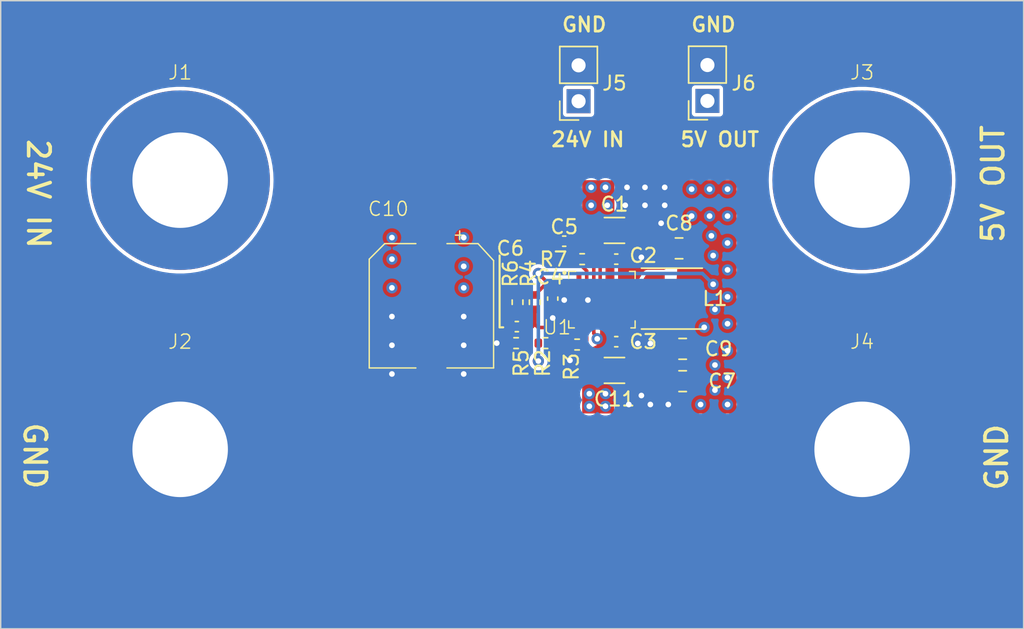
<source format=kicad_pcb>
(kicad_pcb (version 20221018) (generator pcbnew)
  (layers (0 "F.Cu" signal) (1 "In1.Cu" signal) (2 "In2.Cu" signal) (31 "B.Cu" signal) (34 "B.Paste" user) (35 "F.Paste" user) (36 "B.SilkS" user "B.Silkscreen") (37 "F.SilkS" user "F.Silkscreen") (38 "B.Mask" user) (39 "F.Mask" user) (44 "Edge.Cuts" user))
  (net 0 "")
  (net 1 "GND")
  (net 2 "Net-(U1-VCC)")
  (net 3 "Net-(U1-CBOOT)")
  (net 4 "Net-(C6-Pad1)")
  (net 5 "Net-(U1-FB)")
  (net 6 "Net-(U1-PGOOD)")
  (net 7 "Net-(U1-RT)")
  (net 8 "Net-(U1-RBOOT)")
  (net 9 "/SW")
  (net 10 "/V_OUT")
  (net 11 "/V_IN")
  (footprint "Regulator_Footprints:BANANA_JACK_PANEL_MOUNT" (layer "F.Cu") (at 120.65 88.9)
    (fp_text reference "J1" (at 0 -7.62 unlocked) (layer "F.SilkS") (effects (font (thickness 0.1))))
    (fp_text value "Conn_01x01")
    (pad "1" thru_hole circle (at 0 0) (size 12.7 12.7) (drill 6.7564) (layers "*.Cu" "*.Mask") (net 11 "/V_IN"))
  )
  (footprint "Resistor_SMD:R_0402_1005Metric" (layer "F.Cu") (at 146.5072 100.4316 180)
    (fp_text reference "R2" (at 0.2032 -1.4224 90) (layer "F.SilkS"))
    (fp_text value "10k")
    (fp_line (start -0.153641 -0.38) (end 0.153641 -0.38) (stroke (width 0.12)) (layer "F.SilkS"))
    (fp_line (start -0.153641 0.38) (end 0.153641 0.38) (stroke (width 0.12)) (layer "F.SilkS"))
    (pad "1" smd roundrect (at -0.51 0 180) (size 0.54 0.64) (layers "F.Cu" "F.Paste" "F.Mask") (net 6 "Net-(U1-PGOOD)"))
    (pad "2" smd roundrect (at 0.51 0 180) (size 0.54 0.64) (layers "F.Cu" "F.Paste" "F.Mask") (net 10 "/V_OUT"))
  )
  (footprint "Resistor_SMD:R_0402_1005Metric" (layer "F.Cu") (at 149.098 94.488)
    (fp_text reference "R7" (at -2.032 0) (layer "F.SilkS"))
    (fp_text value "0")
    (fp_line (start -0.153641 -0.38) (end 0.153641 -0.38) (stroke (width 0.12)) (layer "F.SilkS"))
    (fp_line (start -0.153641 0.38) (end 0.153641 0.38) (stroke (width 0.12)) (layer "F.SilkS"))
    (pad "1" smd roundrect (at -0.51 0) (size 0.54 0.64) (layers "F.Cu" "F.Paste" "F.Mask") (net 3 "Net-(U1-CBOOT)"))
    (pad "2" smd roundrect (at 0.51 0) (size 0.54 0.64) (layers "F.Cu" "F.Paste" "F.Mask") (net 8 "Net-(U1-RBOOT)"))
  )
  (footprint "Resistor_SMD:R_0402_1005Metric" (layer "F.Cu") (at 145.7452 97.536 -90)
    (fp_text reference "R4" (at -2.032 0.4572 90) (layer "F.SilkS"))
    (fp_text value "100k")
    (fp_line (start -0.153641 -0.38) (end 0.153641 -0.38) (stroke (width 0.12)) (layer "F.SilkS"))
    (fp_line (start -0.153641 0.38) (end 0.153641 0.38) (stroke (width 0.12)) (layer "F.SilkS"))
    (pad "1" smd roundrect (at -0.51 0 270) (size 0.54 0.64) (layers "F.Cu" "F.Paste" "F.Mask") (net 10 "/V_OUT"))
    (pad "2" smd roundrect (at 0.51 0 270) (size 0.54 0.64) (layers "F.Cu" "F.Paste" "F.Mask") (net 5 "Net-(U1-FB)"))
  )
  (footprint "Resistor_SMD:R_0402_1005Metric" (layer "F.Cu") (at 144.526 97.536 -90)
    (fp_text reference "R6" (at -2.032 0.508 -90) (layer "F.SilkS"))
    (fp_text value "1k")
    (fp_line (start -0.153641 -0.38) (end 0.153641 -0.38) (stroke (width 0.12)) (layer "F.SilkS"))
    (fp_line (start -0.153641 0.38) (end 0.153641 0.38) (stroke (width 0.12)) (layer "F.SilkS"))
    (pad "1" smd roundrect (at -0.51 0 270) (size 0.54 0.64) (layers "F.Cu" "F.Paste" "F.Mask") (net 10 "/V_OUT"))
    (pad "2" smd roundrect (at 0.51 0 270) (size 0.54 0.64) (layers "F.Cu" "F.Paste" "F.Mask") (net 4 "Net-(C6-Pad1)"))
  )
  (footprint "Regulator_Footprints:BANANA_JACK_PANEL_MOUNT" (layer "F.Cu") (at 120.65 107.95)
    (fp_text reference "J2" (at 0 -7.62 unlocked) (layer "F.SilkS") (effects (font (thickness 0.1))))
    (fp_text value "Conn_01x01")
    (pad "1" thru_hole circle (at 0 0) (size 12.7 12.7) (drill 6.7564) (layers "*.Cu" "*.Mask") (net 1 "GND"))
  )
  (footprint "Capacitor_SMD:C_0402_1005Metric" (layer "F.Cu") (at 147.828 93.218 180)
    (fp_text reference "C5" (at 0 1.016) (layer "F.SilkS"))
    (fp_text value "0.1uF")
    (fp_line (start -0.107836 -0.36) (end 0.107836 -0.36) (stroke (width 0.12)) (layer "F.SilkS"))
    (fp_line (start -0.107836 0.36) (end 0.107836 0.36) (stroke (width 0.12)) (layer "F.SilkS"))
    (pad "1" smd roundrect (at -0.48 0 180) (size 0.56 0.62) (layers "F.Cu" "F.Paste" "F.Mask") (net 9 "/SW"))
    (pad "2" smd roundrect (at 0.48 0 180) (size 0.56 0.62) (layers "F.Cu" "F.Paste" "F.Mask") (net 3 "Net-(U1-CBOOT)"))
  )
  (footprint "Capacitor_SMD:C_0805_2012Metric" (layer "F.Cu") (at 156.21 103.124 180)
    (fp_text reference "C7" (at -2.794 0) (layer "F.SilkS"))
    (fp_text value "22uF")
    (fp_line (start -0.261252 -0.735) (end 0.261252 -0.735) (stroke (width 0.12)) (layer "F.SilkS"))
    (fp_line (start -0.261252 0.735) (end 0.261252 0.735) (stroke (width 0.12)) (layer "F.SilkS"))
    (pad "1" smd roundrect (at -0.95 0 180) (size 1 1.45) (layers "F.Cu" "F.Paste" "F.Mask") (net 10 "/V_OUT"))
    (pad "2" smd roundrect (at 0.95 0 180) (size 1 1.45) (layers "F.Cu" "F.Paste" "F.Mask") (net 1 "GND"))
  )
  (footprint "Capacitor_SMD:C_0402_1005Metric" (layer "F.Cu") (at 144.4752 99.2632)
    (fp_text reference "C6" (at -0.4572 -5.5372) (layer "F.SilkS"))
    (fp_text value "33pF")
    (fp_line (start -0.107836 -0.36) (end 0.107836 -0.36) (stroke (width 0.12)) (layer "F.SilkS"))
    (fp_line (start -0.107836 0.36) (end 0.107836 0.36) (stroke (width 0.12)) (layer "F.SilkS"))
    (pad "1" smd roundrect (at -0.48 0) (size 0.56 0.62) (layers "F.Cu" "F.Paste" "F.Mask") (net 4 "Net-(C6-Pad1)"))
    (pad "2" smd roundrect (at 0.48 0) (size 0.56 0.62) (layers "F.Cu" "F.Paste" "F.Mask") (net 5 "Net-(U1-FB)"))
  )
  (footprint "Capacitor_SMD:C_0402_1005Metric" (layer "F.Cu") (at 151.511 94.488)
    (fp_text reference "C2" (at 1.905 -0.254) (layer "F.SilkS"))
    (fp_text value "0.1uF")
    (fp_line (start -0.107836 -0.36) (end 0.107836 -0.36) (stroke (width 0.12)) (layer "F.SilkS"))
    (fp_line (start -0.107836 0.36) (end 0.107836 0.36) (stroke (width 0.12)) (layer "F.SilkS"))
    (pad "1" smd roundrect (at -0.48 0) (size 0.56 0.62) (layers "F.Cu" "F.Paste" "F.Mask") (net 11 "/V_IN"))
    (pad "2" smd roundrect (at 0.48 0) (size 0.56 0.62) (layers "F.Cu" "F.Paste" "F.Mask") (net 1 "GND"))
  )
  (footprint "Regulator_Footprints:BANANA_JACK_PANEL_MOUNT" (layer "F.Cu") (at 168.91 88.9)
    (fp_text reference "J3" (at 0 -7.62 unlocked) (layer "F.SilkS") (effects (font (thickness 0.1))))
    (fp_text value "Conn_01x01")
    (pad "1" thru_hole circle (at 0 0) (size 12.7 12.7) (drill 6.7564) (layers "*.Cu" "*.Mask") (net 10 "/V_OUT"))
  )
  (footprint "Regulator_Footprints:BANANA_JACK_PANEL_MOUNT" (layer "F.Cu") (at 168.91 107.95)
    (fp_text reference "J4" (at 0 -7.62 unlocked) (layer "F.SilkS") (effects (font (thickness 0.1))))
    (fp_text value "Conn_01x01")
    (pad "1" thru_hole circle (at 0 0) (size 12.7 12.7) (drill 6.7564) (layers "*.Cu" "*.Mask") (net 1 "GND"))
  )
  (footprint "Capacitor_SMD:C_0402_1005Metric" (layer "F.Cu") (at 147.0152 97.282 -90)
    (fp_text reference "C4" (at -1.524 0.2032 -180) (layer "F.SilkS"))
    (fp_text value "1uF")
    (fp_line (start -0.107836 -0.36) (end 0.107836 -0.36) (stroke (width 0.12)) (layer "F.SilkS"))
    (fp_line (start -0.107836 0.36) (end 0.107836 0.36) (stroke (width 0.12)) (layer "F.SilkS"))
    (pad "1" smd roundrect (at -0.48 0 270) (size 0.56 0.62) (layers "F.Cu" "F.Paste" "F.Mask") (net 2 "Net-(U1-VCC)"))
    (pad "2" smd roundrect (at 0.48 0 270) (size 0.56 0.62) (layers "F.Cu" "F.Paste" "F.Mask") (net 1 "GND"))
  )
  (footprint "Capacitor_SMD:C_1206_3216Metric" (layer "F.Cu") (at 151.384 102.362)
    (fp_text reference "C11" (at 0 2.032) (layer "F.SilkS"))
    (fp_text value "4.7uF")
    (fp_line (start -0.711252 -0.91) (end 0.711252 -0.91) (stroke (width 0.12)) (layer "F.SilkS"))
    (fp_line (start -0.711252 0.91) (end 0.711252 0.91) (stroke (width 0.12)) (layer "F.SilkS"))
    (pad "1" smd roundrect (at -1.475 0) (size 1.15 1.8) (layers "F.Cu" "F.Paste" "F.Mask") (roundrect_rratio 0.2173913043) (net 11 "/V_IN"))
    (pad "2" smd roundrect (at 1.475 0) (size 1.15 1.8) (layers "F.Cu" "F.Paste" "F.Mask") (roundrect_rratio 0.2173913043) (net 1 "GND"))
  )
  (footprint "Capacitor_SMD:C_0402_1005Metric" (layer "F.Cu") (at 151.511 100.33)
    (fp_text reference "C3" (at 1.905 0) (layer "F.SilkS"))
    (fp_text value "0.1uF")
    (fp_line (start -0.107836 -0.36) (end 0.107836 -0.36) (stroke (width 0.12)) (layer "F.SilkS"))
    (fp_line (start -0.107836 0.36) (end 0.107836 0.36) (stroke (width 0.12)) (layer "F.SilkS"))
    (pad "1" smd roundrect (at -0.48 0) (size 0.56 0.62) (layers "F.Cu" "F.Paste" "F.Mask") (net 11 "/V_IN"))
    (pad "2" smd roundrect (at 0.48 0) (size 0.56 0.62) (layers "F.Cu" "F.Paste" "F.Mask") (net 1 "GND"))
  )
  (footprint "Resistor_SMD:R_0402_1005Metric" (layer "F.Cu") (at 144.4244 100.4316 180)
    (fp_text reference "R5" (at -0.3556 -1.4224 90) (layer "F.SilkS"))
    (fp_text value "24.9k")
    (fp_line (start -0.153641 -0.38) (end 0.153641 -0.38) (stroke (width 0.12)) (layer "F.SilkS"))
    (fp_line (start -0.153641 0.38) (end 0.153641 0.38) (stroke (width 0.12)) (layer "F.SilkS"))
    (pad "1" smd roundrect (at -0.51 0 180) (size 0.54 0.64) (layers "F.Cu" "F.Paste" "F.Mask") (net 5 "Net-(U1-FB)"))
    (pad "2" smd roundrect (at 0.51 0 180) (size 0.54 0.64) (layers "F.Cu" "F.Paste" "F.Mask") (net 1 "GND"))
  )
  (footprint "Inductor_SMD:L_Coilcraft_XxL4020" (layer "F.Cu") (at 155.448 97.282)
    (fp_text reference "L1" (at 3.048 0) (layer "F.SilkS"))
    (fp_text value "1.2uH")
    (fp_line (start -2.154 -2.154) (end 2.154 -2.154) (stroke (width 0.12)) (layer "F.SilkS"))
    (fp_line (start 2.154 2.154) (end -2.154 2.154) (stroke (width 0.12)) (layer "F.SilkS"))
    (pad "1" smd rect (at -1.185 0) (size 0.98 3.4) (layers "F.Cu" "F.Paste" "F.Mask") (net 9 "/SW"))
    (pad "2" smd rect (at 1.185 0) (size 0.98 3.4) (layers "F.Cu" "F.Paste" "F.Mask") (net 10 "/V_OUT"))
  )
  (footprint "Capacitor_SMD:C_0805_2012Metric" (layer "F.Cu") (at 155.956 93.726 180)
    (fp_text reference "C8" (at 0 1.778) (layer "F.SilkS"))
    (fp_text value "22uF")
    (fp_line (start -0.261252 -0.735) (end 0.261252 -0.735) (stroke (width 0.12)) (layer "F.SilkS"))
    (fp_line (start -0.261252 0.735) (end 0.261252 0.735) (stroke (width 0.12)) (layer "F.SilkS"))
    (pad "1" smd roundrect (at -0.95 0 180) (size 1 1.45) (layers "F.Cu" "F.Paste" "F.Mask") (net 10 "/V_OUT"))
    (pad "2" smd roundrect (at 0.95 0 180) (size 1 1.45) (layers "F.Cu" "F.Paste" "F.Mask") (net 1 "GND"))
  )
  (footprint "Capacitor_SMD:C_0805_2012Metric" (layer "F.Cu") (at 156.21 100.838 180)
    (fp_text reference "C9" (at -2.54 0) (layer "F.SilkS"))
    (fp_text value "22uF")
    (fp_line (start -0.261252 -0.735) (end 0.261252 -0.735) (stroke (width 0.12)) (layer "F.SilkS"))
    (fp_line (start -0.261252 0.735) (end 0.261252 0.735) (stroke (width 0.12)) (layer "F.SilkS"))
    (pad "1" smd roundrect (at -0.95 0 180) (size 1 1.45) (layers "F.Cu" "F.Paste" "F.Mask") (net 10 "/V_OUT"))
    (pad "2" smd roundrect (at 0.95 0 180) (size 1 1.45) (layers "F.Cu" "F.Paste" "F.Mask") (net 1 "GND"))
  )
  (footprint "Regulator_Footprints:VQFN-HR" (layer "F.Cu") (at 150.546 97.356)
    (fp_text reference "U1" (at -3.226 1.958 unlocked) (layer "F.SilkS") (effects (font (thickness 0.1))))
    (fp_text value "LMQ61460-Q1")
    (fp_line (start -2.4 -2) (end -1.9 -2) (stroke (width 0.1)) (layer "F.SilkS"))
    (fp_line (start -2.4 -1.5) (end -2.4 -2) (stroke (width 0.1)) (layer "F.SilkS"))
    (fp_line (start -2.4 1.5) (end -2.4 2) (stroke (width 0.1)) (layer "F.SilkS"))
    (fp_line (start -2.4 2) (end -2 2) (stroke (width 0.1)) (layer "F.SilkS"))
    (fp_line (start 1.9 -2) (end 2.3 -2) (stroke (width 0.1)) (layer "F.SilkS"))
    (fp_line (start 2 2) (end 2.3 2) (stroke (width 0.1)) (layer "F.SilkS"))
    (fp_line (start 2.3 -2) (end 2.3 -1.5) (stroke (width 0.1)) (layer "F.SilkS"))
    (fp_line (start 2.3 1.6) (end 2.3 1.5) (stroke (width 0.1)) (layer "F.SilkS"))
    (fp_line (start 2.3 2) (end 2.3 1.6) (stroke (width 0.1)) (layer "F.SilkS"))
    (fp_circle (center -2.7 -1.9) (end -2.6 -1.9) (stroke (width 0.1)) (fill solid) (layer "F.SilkS"))
    (pad "1" smd roundrect (at -1.85 -1.15) (size 0.7 0.4) (layers "F.Cu" "F.Paste" "F.Mask") (roundrect_rratio 0.125) (net 10 "/V_OUT"))
    (pad "1" smd roundrect (at -1.675 -1.45) (size 0.35 1) (layers "F.Cu" "F.Paste" "F.Mask") (roundrect_rratio 0.1428571429) (net 10 "/V_OUT"))
    (pad "2" smd roundrect (at -1.85 -0.525) (size 0.7 0.25) (layers "F.Cu" "F.Paste" "F.Mask") (roundrect_rratio 0.2) (net 2 "Net-(U1-VCC)"))
    (pad "3" smd roundrect (at -1.85 0) (size 0.7 0.3) (layers "F.Cu" "F.Paste" "F.Mask") (roundrect_rratio 0.1666666667) (net 1 "GND"))
    (pad "4" smd roundrect (at -1.85 0.525) (size 0.7 0.25) (layers "F.Cu" "F.Paste" "F.Mask") (roundrect_rratio 0.2) (net 5 "Net-(U1-FB)"))
    (pad "5" smd roundrect (at -1.85 1.15) (size 0.7 0.4) (layers "F.Cu" "F.Paste" "F.Mask") (roundrect_rratio 0.125) (net 6 "Net-(U1-PGOOD)"))
    (pad "5" smd roundrect (at -1.675 1.45) (size 0.35 1) (layers "F.Cu" "F.Paste" "F.Mask") (roundrect_rratio 0.1428571429) (net 6 "Net-(U1-PGOOD)"))
    (pad "6" smd roundrect (at -1.125 1.6 90) (size 0.7 0.25) (layers "F.Cu" "F.Paste" "F.Mask") (roundrect_rratio 0.2) (net 7 "Net-(U1-RT)"))
    (pad "7" smd roundrect (at -0.625 1.6 90) (size 0.7 0.25) (layers "F.Cu" "F.Paste" "F.Mask") (roundrect_rratio 0.2) (net 11 "/V_IN"))
    (pad "8" smd roundrect (at 0.45 1.45) (size 0.4 1) (layers "F.Cu" "F.Paste" "F.Mask") (roundrect_rratio 0.125) (net 11 "/V_IN"))
    (pad "9" smd roundrect (at 1.6 1.45) (size 0.4 1) (layers "F.Cu" "F.Paste" "F.Mask") (roundrect_rratio 0.125) (net 1 "GND"))
    (pad "9" smd roundrect (at 1.8 1.15) (size 0.8 0.4) (layers "F.Cu" "F.Paste" "F.Mask") (roundrect_rratio 0.125) (net 1 "GND"))
    (pad "10" smd roundrect (at 0.35 0) (size 1.1 0.4) (layers "F.Cu" "F.Paste" "F.Mask") (roundrect_rratio 0.125) (net 9 "/SW"))
    (pad "10" smd roundrect (at 1 0) (size 2.4 0.4) (layers "F.Cu" "F.Mask") (roundrect_rratio 0.125) (net 9 "/SW"))
    (pad "10" smd roundrect (at 1.65 0) (size 1.1 0.4) (layers "F.Cu" "F.Paste" "F.Mask") (roundrect_rratio 0.125) (net 9 "/SW"))
    (pad "11" smd roundrect (at 1.6 -1.45) (size 0.4 1) (layers "F.Cu" "F.Paste" "F.Mask") (roundrect_rratio 0.125) (net 1 "GND"))
    (pad "11" smd roundrect (at 1.8 -1.15) (size 0.8 0.4) (layers "F.Cu" "F.Paste" "F.Mask") (roundrect_rratio 0.125) (net 1 "GND"))
    (pad "12" smd roundrect (at 0.45 -1.45) (size 0.4 1) (layers "F.Cu" "F.Paste" "F.Mask") (roundrect_rratio 0.125) (net 11 "/V_IN"))
    (pad "13" smd roundrect (at -0.625 -1.6 90) (size 0.7 0.25) (layers "F.Cu" "F.Paste" "F.Mask") (roundrect_rratio 0.2) (net 8 "Net-(U1-RBOOT)"))
    (pad "14" smd roundrect (at -1.125 -1.6 90) (size 0.7 0.25) (layers "F.Cu" "F.Paste" "F.Mask") (roundrect_rratio 0.2) (net 3 "Net-(U1-CBOOT)"))
  )
  (footprint "Connector_PinSocket_2.54mm:PinSocket_1x02_P2.54mm_Vertical" (layer "F.Cu") (at 148.844 83.312 180)
    (fp_text reference "J5" (at -2.54 1.27) (layer "F.SilkS"))
    (fp_text value "Conn_01x02")
    (fp_line (start -1.33 1.27) (end -1.33 3.87) (stroke (width 0.12)) (layer "F.SilkS"))
    (fp_line (start -1.33 1.27) (end 1.33 1.27) (stroke (width 0.12)) (layer "F.SilkS"))
    (fp_line (start -1.33 3.87) (end 1.33 3.87) (stroke (width 0.12)) (layer "F.SilkS"))
    (fp_line (start 0 -1.33) (end 1.33 -1.33) (stroke (width 0.12)) (layer "F.SilkS"))
    (fp_line (start 1.33 -1.33) (end 1.33 0) (stroke (width 0.12)) (layer "F.SilkS"))
    (fp_line (start 1.33 1.27) (end 1.33 3.87) (stroke (width 0.12)) (layer "F.SilkS"))
    (pad "1" thru_hole rect (at 0 0 180) (size 1.7 1.7) (drill 1) (layers "*.Cu" "*.Mask") (net 11 "/V_IN"))
    (pad "2" thru_hole oval (at 0 2.54 180) (size 1.7 1.7) (drill 1) (layers "*.Cu" "*.Mask") (net 1 "GND"))
  )
  (footprint "Resistor_SMD:R_0402_1005Metric" (layer "F.Cu") (at 148.7424 100.5332 180)
    (fp_text reference "R3" (at 0.4064 -1.5748 90) (layer "F.SilkS"))
    (fp_text value "6")
    (fp_line (start -0.153641 -0.38) (end 0.153641 -0.38) (stroke (width 0.12)) (layer "F.SilkS"))
    (fp_line (start -0.153641 0.38) (end 0.153641 0.38) (stroke (width 0.12)) (layer "F.SilkS"))
    (pad "1" smd roundrect (at -0.51 0 180) (size 0.54 0.64) (layers "F.Cu" "F.Paste" "F.Mask") (net 7 "Net-(U1-RT)"))
    (pad "2" smd roundrect (at 0.51 0 180) (size 0.54 0.64) (layers "F.Cu" "F.Paste" "F.Mask") (net 1 "GND"))
  )
  (footprint "Connector_PinSocket_2.54mm:PinSocket_1x02_P2.54mm_Vertical" (layer "F.Cu") (at 157.963 83.292 180)
    (fp_text reference "J6" (at -2.565 1.25) (layer "F.SilkS"))
    (fp_text value "Conn_01x02")
    (fp_line (start -1.33 1.27) (end -1.33 3.87) (stroke (width 0.12)) (layer "F.SilkS"))
    (fp_line (start -1.33 1.27) (end 1.33 1.27) (stroke (width 0.12)) (layer "F.SilkS"))
    (fp_line (start -1.33 3.87) (end 1.33 3.87) (stroke (width 0.12)) (layer "F.SilkS"))
    (fp_line (start 0 -1.33) (end 1.33 -1.33) (stroke (width 0.12)) (layer "F.SilkS"))
    (fp_line (start 1.33 -1.33) (end 1.33 0) (stroke (width 0.12)) (layer "F.SilkS"))
    (fp_line (start 1.33 1.27) (end 1.33 3.87) (stroke (width 0.12)) (layer "F.SilkS"))
    (pad "1" thru_hole rect (at 0 0 180) (size 1.7 1.7) (drill 1) (layers "*.Cu" "*.Mask") (net 10 "/V_OUT"))
    (pad "2" thru_hole oval (at 0 2.54 180) (size 1.7 1.7) (drill 1) (layers "*.Cu" "*.Mask") (net 1 "GND"))
  )
  (footprint "Capacitor_SMD:C_1206_3216Metric" (layer "F.Cu") (at 151.384 92.456)
    (fp_text reference "C1" (at 0 -1.85) (layer "F.SilkS"))
    (fp_text value "4.7uF")
    (fp_line (start -0.711252 -0.91) (end 0.711252 -0.91) (stroke (width 0.12)) (layer "F.SilkS"))
    (fp_line (start -0.711252 0.91) (end 0.711252 0.91) (stroke (width 0.12)) (layer "F.SilkS"))
    (pad "1" smd roundrect (at -1.475 0) (size 1.15 1.8) (layers "F.Cu" "F.Paste" "F.Mask") (roundrect_rratio 0.2173913043) (net 11 "/V_IN"))
    (pad "2" smd roundrect (at 1.475 0) (size 1.15 1.8) (layers "F.Cu" "F.Paste" "F.Mask") (roundrect_rratio 0.2173913043) (net 1 "GND"))
  )
  (footprint "Regulator_Footprints:PAN_CAP_E" (layer "F.Cu") (at 138.43 97.79 -90)
    (fp_text reference "C10" (at -6.858 3.048 unlocked) (layer "F.SilkS") (effects (font (thickness 0.1))))
    (fp_text value "82uF")
    (fp_line (start -5.3 -2) (end -4.7 -2) (stroke (width 0.1)) (layer "F.SilkS"))
    (fp_line (start -5 -2.3) (end -5 -1.7) (stroke (width 0.1)) (layer "F.SilkS"))
    (fp_line (start -4.4 -3.3) (end -3.2 -4.4) (stroke (width 0.1)) (layer "F.SilkS"))
    (fp_line (start -4.4 -1.1) (end -4.4 -3.3) (stroke (width 0.1)) (layer "F.SilkS"))
    (fp_line (start -4.4 3.3) (end -4.4 1.1) (stroke (width 0.1)) (layer "F.SilkS"))
    (fp_line (start -3.3 4.4) (end -4.4 3.3) (stroke (width 0.1)) (layer "F.SilkS"))
    (fp_line (start -3.2 -4.4) (end 4.4 -4.4) (stroke (width 0.1)) (layer "F.SilkS"))
    (fp_line (start 4.4 -4.4) (end 4.4 -1.1) (stroke (width 0.1)) (layer "F.SilkS"))
    (fp_line (start 4.4 1.1) (end 4.4 4.4) (stroke (width 0.1)) (layer "F.SilkS"))
    (fp_line (start 4.4 4.4) (end -3.3 4.4) (stroke (width 0.1)) (layer "F.SilkS"))
    (pad "1" smd roundrect (at -3.475 0 270) (size 4.15 1.9) (layers "F.Cu" "F.Paste" "F.Mask") (roundrect_rratio 0.15) (net 11 "/V_IN"))
    (pad "2" smd roundrect (at 3.475 0 270) (size 4.15 1.9) (layers "F.Cu" "F.Paste" "F.Mask") (roundrect_rratio 0.15) (net 1 "GND"))
  )
  (gr_line (start 143.256 94.234) (end 143.256 99.314) (stroke (width 0.15)) (layer "F.SilkS"))
  (gr_line (start 143.256 99.314) (end 143.51 99.314) (stroke (width 0.15)) (layer "F.SilkS"))
  (gr_rect (start 107.95 76.2) (end 180.34 120.65) (stroke (width 0.1)) (fill none) (layer "Edge.Cuts"))
  (gr_text "24V IN" (at 146.812 86.614) (layer "F.SilkS") (effects (font (size 1.016 1.016) (thickness 0.1905) bold) (justify left bottom)))
  (gr_text "GND" (at 179.324 110.998 90) (layer "F.SilkS") (effects (font (size 1.524 1.524) (thickness 0.254) bold) (justify left bottom)))
  (gr_text "5V OUT" (at 179.07 93.472 90) (layer "F.SilkS") (effects (font (size 1.524 1.524) (thickness 0.254) bold) (justify left bottom)))
  (gr_text "GND" (at 156.718 78.486) (layer "F.SilkS") (effects (font (size 1.016 1.016) (thickness 0.1905) bold) (justify left bottom)))
  (gr_text "GND" (at 147.574 78.486) (layer "F.SilkS") (effects (font (size 1.016 1.016) (thickness 0.1905) bold) (justify left bottom)))
  (gr_text "GND" (at 109.474 105.918 270) (layer "F.SilkS") (effects (font (size 1.524 1.524) (thickness 0.254) bold) (justify left bottom)))
  (gr_text "5V OUT" (at 155.956 86.614) (layer "F.SilkS") (effects (font (size 1.016 1.016) (thickness 0.1905) bold) (justify left bottom)))
  (gr_text "24V IN" (at 109.728 85.852 270) (layer "F.SilkS") (effects (font (size 1.524 1.524) (thickness 0.254) bold) (justify left bottom)))
  (segment (start 147.828 97.3836) (end 147.9296 97.356) (width 0.25) (layer "F.Cu") (net 1))
  (segment (start 147.9848 97.356) (end 147.828 97.3836) (width 0.25) (layer "F.Cu") (net 1))
  (segment (start 143.0528 100.4316) (end 143.9144 100.4316) (width 0.25) (layer "F.Cu") (net 1))
  (segment (start 149.4768 97.356) (end 148.696 97.356) (width 0.25) (layer "F.Cu") (net 1))
  (segment (start 148.696 97.356) (end 147.9848 97.356) (width 0.25) (layer "F.Cu") (net 1))
  (segment (start 149.5044 97.3836) (end 149.4768 97.356) (width 0.25) (layer "F.Cu") (net 1))
  (segment (start 147.9296 97.356) (end 147.9572 97.356) (width 0.25) (layer "F.Cu") (net 1))
  (segment (start 148.2324 101.6488) (end 148.2324 100.5332) (width 0.25) (layer "F.Cu") (net 1))
  (segment (start 147.0152 97.762) (end 147.0152 98.6536) (width 0.25) (layer "F.Cu") (net 1))
  (segment (start 147.0152 98.6536) (end 147.0152 98.6028) (width 0.25) (layer "F.Cu") (net 1))
  (segment (start 148.2344 101.6508) (end 148.2324 101.6488) (width 0.25) (layer "F.Cu") (net 1))
  (via (at 152.273 89.408) (size 0.8) (drill 0.4) (layers "F.Cu" "B.Cu") (net 1))
  (via (at 140.716 98.552) (size 0.8) (drill 0.4) (layers "F.Cu" "B.Cu") (net 1))
  (via (at 153.924 100.457) (size 0.8) (drill 0.4) (layers "F.Cu" "B.Cu") (net 1))
  (via (at 135.636 100.584) (size 0.8) (drill 0.4) (layers "F.Cu" "B.Cu") (net 1))
  (via (at 135.636 98.552) (size 0.8) (drill 0.4) (layers "F.Cu" "B.Cu") (net 1))
  (via (at 143.0528 100.4316) (size 0.8) (drill 0.4) (layers "F.Cu" "B.Cu") (net 1))
  (via (at 153.289 94.361) (size 0.8) (drill 0.4) (layers "F.Cu" "B.Cu") (net 1))
  (via (at 153.543 89.408) (size 0.8) (drill 0.4) (layers "F.Cu" "B.Cu") (net 1))
  (via (at 147.828 97.3836) (size 0.8) (drill 0.4) (layers "F.Cu" "B.Cu") (net 1))
  (via (at 140.716 102.616) (size 0.8) (drill 0.4) (layers "F.Cu" "B.Cu") (net 1))
  (via (at 147.0152 98.6536) (size 0.8) (drill 0.4) (layers "F.Cu" "B.Cu") (net 1))
  (via (at 149.5044 97.3836) (size 0.8) (drill 0.4) (layers "F.Cu" "B.Cu") (net 1))
  (via (at 153.289 104.14) (size 0.8) (drill 0.4) (layers "F.Cu" "B.Cu") (net 1))
  (via (at 148.2344 101.6508) (size 0.8) (drill 0.4) (layers "F.Cu" "B.Cu") (net 1))
  (via (at 153.924 104.775) (size 0.8) (drill 0.4) (layers "F.Cu" "B.Cu") (net 1))
  (via (at 154.94 90.678) (size 0.8) (drill 0.4) (layers "F.Cu" "B.Cu") (net 1))
  (via (at 135.636 102.616) (size 0.8) (drill 0.4) (layers "F.Cu" "B.Cu") (net 1))
  (via (at 153.543 90.678) (size 0.8) (drill 0.4) (layers "F.Cu" "B.Cu") (net 1))
  (via (at 152.146 90.678) (size 0.8) (drill 0.4) (layers "F.Cu" "B.Cu") (net 1))
  (via (at 155.194 104.775) (size 0.8) (drill 0.4) (layers "F.Cu" "B.Cu") (net 1))
  (via (at 153.035 100.457) (size 0.8) (drill 0.4) (layers "F.Cu" "B.Cu") (net 1))
  (via (at 154.686 91.948) (size 0.8) (drill 0.4) (layers "F.Cu" "B.Cu") (net 1))
  (via (at 140.716 100.584) (size 0.8) (drill 0.4) (layers "F.Cu" "B.Cu") (net 1))
  (via (at 154.94 89.408) (size 0.8) (drill 0.4) (layers "F.Cu" "B.Cu") (net 1))
  (via (at 152.4 104.775) (size 0.8) (drill 0.4) (layers "F.Cu" "B.Cu") (net 1))
  (segment (start 148.300705 96.831) (end 148.696 96.831) (width 0.25) (layer "F.Cu") (net 2))
  (segment (start 147.1586 96.6586) (end 148.128305 96.6586) (width 0.25) (layer "F.Cu") (net 2))
  (segment (start 148.128305 96.6586) (end 148.300705 96.831) (width 0.25) (layer "F.Cu") (net 2))
  (segment (start 147.0152 96.802) (end 147.1586 96.6586) (width 0.25) (layer "F.Cu") (net 2))
  (segment (start 149.421 95.756) (end 149.421 95.321) (width 0.25) (layer "F.Cu") (net 3))
  (segment (start 149.421 95.321) (end 148.588 94.488) (width 0.25) (layer "F.Cu") (net 3))
  (segment (start 148.588 94.488) (end 147.348 93.248) (width 0.25) (layer "F.Cu") (net 3))
  (segment (start 147.348 93.248) (end 147.348 93.218) (width 0.25) (layer "F.Cu") (net 3))
  (segment (start 143.9952 98.5768) (end 144.526 98.046) (width 0.25) (layer "F.Cu") (net 4))
  (segment (start 143.9952 99.2632) (end 143.9952 98.5768) (width 0.25) (layer "F.Cu") (net 4))
  (segment (start 148.239284 97.981) (end 148.596 97.981) (width 0.25) (layer "F.Cu") (net 5))
  (segment (start 147.278505 99.4156) (end 147.9804 98.713705) (width 0.25) (layer "F.Cu") (net 5))
  (segment (start 145.57828 99.2632) (end 145.7452 99.09628) (width 0.25) (layer "F.Cu") (net 5))
  (segment (start 145.7452 99.09628) (end 145.97552 99.3266) (width 0.25) (layer "F.Cu") (net 5))
  (segment (start 144.9552 100.4108) (end 144.9344 100.4316) (width 0.25) (layer "F.Cu") (net 5))
  (segment (start 144.9552 99.2632) (end 145.57828 99.2632) (width 0.25) (layer "F.Cu") (net 5))
  (segment (start 146.73408 99.3266) (end 146.82308 99.4156) (width 0.25) (layer "F.Cu") (net 5))
  (segment (start 148.596 97.981) (end 148.696 97.881) (width 0.25) (layer "F.Cu") (net 5))
  (segment (start 146.82308 99.4156) (end 147.278505 99.4156) (width 0.25) (layer "F.Cu") (net 5))
  (segment (start 147.9804 98.239884) (end 148.239284 97.981) (width 0.25) (layer "F.Cu") (net 5))
  (segment (start 144.9552 99.2632) (end 144.9552 100.4108) (width 0.25) (layer "F.Cu") (net 5))
  (segment (start 145.7452 98.046) (end 145.7452 99.09628) (width 0.25) (layer "F.Cu") (net 5))
  (segment (start 147.9804 98.713705) (end 147.9804 98.239884) (width 0.25) (layer "F.Cu") (net 5))
  (segment (start 145.97552 99.3266) (end 146.73408 99.3266) (width 0.25) (layer "F.Cu") (net 5))
  (segment (start 147.2454 100.4316) (end 147.0172 100.4316) (width 0.25) (layer "F.Cu") (net 6))
  (segment (start 148.871 98.806) (end 147.2454 100.4316) (width 0.25) (layer "F.Cu") (net 6))
  (segment (start 149.421 100.3646) (end 149.2524 100.5332) (width 0.25) (layer "F.Cu") (net 7))
  (segment (start 149.421 98.956) (end 149.421 100.3646) (width 0.25) (layer "F.Cu") (net 7))
  (segment (start 149.921 94.801) (end 149.921 95.756) (width 0.25) (layer "F.Cu") (net 8))
  (segment (start 149.608 94.488) (end 149.921 94.801) (width 0.25) (layer "F.Cu") (net 8))
  (segment (start 150.371 96.831) (end 150.371 94.27672) (width 0.25) (layer "F.Cu") (net 9))
  (segment (start 150.896 97.356) (end 150.371 96.831) (width 0.25) (layer "F.Cu") (net 9))
  (segment (start 150.371 94.27672) (end 149.92188 93.8276) (width 0.25) (layer "F.Cu") (net 9))
  (segment (start 148.9176 93.8276) (end 148.308 93.218) (width 0.25) (layer "F.Cu") (net 9))
  (segment (start 149.92188 93.8276) (end 148.9176 93.8276) (width 0.25) (layer "F.Cu") (net 9))
  (segment (start 150.896 97.356) (end 151.546 97.356) (width 0.25) (layer "F.Cu") (net 9))
  (segment (start 145.9972 100.4316) (end 145.9972 101.6996) (width 0.25) (layer "F.Cu") (net 10))
  (segment (start 145.9992 95.504) (end 145.9992 95.5528) (width 0.25) (layer "F.Cu") (net 10))
  (segment (start 146.5742 96.197) (end 146.5742 96.079) (width 0.25) (layer "F.Cu") (net 10))
  (segment (start 145.9972 101.6996) (end 145.9992 101.7016) (width 0.25) (layer "F.Cu") (net 10))
  (segment (start 148.696 96.206) (end 148.687 96.197) (width 0.25) (layer "F.Cu") (net 10))
  (segment (start 146.5742 96.197) (end 145.7452 97.026) (width 0.25) (layer "F.Cu") (net 10))
  (segment (start 146.5742 96.079) (end 145.9992 95.504) (width 0.25) (layer "F.Cu") (net 10))
  (segment (start 145.7452 97.026) (end 144.526 97.026) (width 0.25) (layer "F.Cu") (net 10))
  (segment (start 148.687 96.197) (end 146.5742 96.197) (width 0.25) (layer "F.Cu") (net 10))
  (via (at 158.496 98.044) (size 0.8) (drill 0.4) (layers "F.Cu" "B.Cu") (net 10))
  (via (at 159.385 104.775) (size 0.8) (drill 0.4) (layers "F.Cu" "B.Cu") (net 10))
  (via (at 145.9992 95.504) (size 0.8) (drill 0.4) (layers "F.Cu" "B.Cu") (net 10))
  (via (at 159.385 99.06) (size 0.8) (drill 0.4) (layers "F.Cu" "B.Cu") (net 10))
  (via (at 159.385 89.535) (size 0.8) (drill 0.4) (layers "F.Cu" "B.Cu") (net 10))
  (via (at 157.48 104.775) (size 0.8) (drill 0.4) (layers "F.Cu" "B.Cu") (net 10))
  (via (at 156.845 89.535) (size 0.8) (drill 0.4) (layers "F.Cu" "B.Cu") (net 10))
  (via (at 158.496 103.759) (size 0.8) (drill 0.4) (layers "F.Cu" "B.Cu") (net 10))
  (via (at 156.845 91.44) (size 0.8) (drill 0.4) (layers "F.Cu" "B.Cu") (net 10))
  (via (at 158.115 91.44) (size 0.8) (drill 0.4) (layers "F.Cu" "B.Cu") (net 10))
  (via (at 158.496 101.981) (size 0.8) (drill 0.4) (layers "F.Cu" "B.Cu") (net 10))
  (via (at 159.385 91.44) (size 0.8) (drill 0.4) (layers "F.Cu" "B.Cu") (net 10))
  (via (at 158.242 92.837) (size 0.8) (drill 0.4) (layers "F.Cu" "B.Cu") (net 10))
  (via (at 157.734 99.314) (size 0.8) (drill 0.4) (layers "F.Cu" "B.Cu") (net 10))
  (via (at 159.385 100.965) (size 0.8) (drill 0.4) (layers "F.Cu" "B.Cu") (net 10))
  (via (at 159.385 93.345) (size 0.8) (drill 0.4) (layers "F.Cu" "B.Cu") (net 10))
  (via (at 159.385 97.155) (size 0.8) (drill 0.4) (layers "F.Cu" "B.Cu") (net 10))
  (via (at 158.369 94.234) (size 0.8) (drill 0.4) (layers "F.Cu" "B.Cu") (net 10))
  (via (at 145.9992 101.7016) (size 0.8) (drill 0.4) (layers "F.Cu" "B.Cu") (net 10))
  (via (at 159.385 102.87) (size 0.8) (drill 0.4) (layers "F.Cu" "B.Cu") (net 10))
  (via (at 158.369 96.266) (size 0.8) (drill 0.4) (layers "F.Cu" "B.Cu") (net 10))
  (via (at 159.385 95.25) (size 0.8) (drill 0.4) (layers "F.Cu" "B.Cu") (net 10))
  (via (at 158.115 89.535) (size 0.8) (drill 0.4) (layers "F.Cu" "B.Cu") (net 10))
  (segment (start 157.607 95.504) (end 158.369 96.266) (width 0.25) (layer "B.Cu") (net 10))
  (segment (start 145.9992 95.504) (end 157.607 95.504) (width 0.25) (layer "B.Cu") (net 10))
  (segment (start 145.9992 101.7016) (end 145.9992 95.504) (width 0.25) (layer "B.Cu") (net 10))
  (segment (start 149.921 98.956) (end 149.921 99.7306) (width 0.25) (layer "F.Cu") (net 11))
  (segment (start 149.921 99.7306) (end 150.1648 100.1268) (width 0.25) (layer "F.Cu") (net 11))
  (segment (start 150.1648 100.1268) (end 149.9616 99.7712) (width 0.25) (layer "F.Cu") (net 11))
  (via (at 150.749 89.408) (size 0.8) (drill 0.4) (layers "F.Cu" "B.Cu") (net 11))
  (via (at 150.1648 100.1268) (size 0.8) (drill 0.4) (layers "F.Cu" "B.Cu") (net 11))
  (via (at 140.716 94.996) (size 0.8) (drill 0.4) (layers "F.Cu" "B.Cu") (net 11))
  (via (at 150.749 104.013) (size 0.8) (drill 0.4) (layers "F.Cu" "B.Cu") (net 11))
  (via (at 150.749 104.902) (size 0.8) (drill 0.4) (layers "F.Cu" "B.Cu") (net 11))
  (via (at 149.606 104.902) (size 0.8) (drill 0.4) (layers "F.Cu" "B.Cu") (net 11))
  (via (at 149.606 104.013) (size 0.8) (drill 0.4) (layers "F.Cu" "B.Cu") (net 11))
  (via (at 135.636 96.52) (size 0.8) (drill 0.4) (layers "F.Cu" "B.Cu") (net 11))
  (via (at 135.636 94.488) (size 0.8) (drill 0.4) (layers "F.Cu" "B.Cu") (net 11))
  (via (at 150.876 90.678) (size 0.8) (drill 0.4) (layers "F.Cu" "B.Cu") (net 11))
  (via (at 149.733 89.408) (size 0.8) (drill 0.4) (layers "F.Cu" "B.Cu") (net 11))
  (via (at 135.636 92.964) (size 0.8) (drill 0.4) (layers "F.Cu" "B.Cu") (net 11))
  (via (at 140.716 92.964) (size 0.8) (drill 0.4) (layers "F.Cu" "B.Cu") (net 11))
  (via (at 149.733 90.678) (size 0.8) (drill 0.4) (layers "F.Cu" "B.Cu") (net 11))
  (via (at 140.716 96.52) (size 0.8) (drill 0.4) (layers "F.Cu" "B.Cu") (net 11))
  (zone (net 10) (net_name "/V_OUT") (layer "F.Cu") (name "V_OUT") (priority 1) (connect_pads yes (clearance 0.254)) (min_thickness 0.25) (fill yes (thermal_gap 0.5) (thermal_bridge_width 0.5))
    (polygon (pts (xy 155.702 97.282) (xy 156.21 100.584) (xy 156.21 105.41) (xy 160.02 105.41) (xy 160.02 88.9) (xy 156.21 88.9)))
  )
  (zone (net 1) (net_name "GND") (layer "F.Cu") (name "GND") (priority 4) (connect_pads yes (clearance 0.254)) (min_thickness 0.25) (fill yes (thermal_gap 0.5) (thermal_bridge_width 0.5))
    (polygon (pts (xy 141.732 98.044) (xy 141.732 103.632) (xy 134.62 103.632) (xy 134.62 98.044)))
  )
  (zone (net 9) (net_name "/SW") (layer "F.Cu") (name "SW") (priority 2) (connect_pads yes (clearance 0.254)) (min_thickness 0.25) (fill yes (thermal_gap 0.5) (thermal_bridge_width 0.5))
    (polygon (pts (xy 152.908 96.774) (xy 153.67 95.504) (xy 154.94 95.504) (xy 154.94 99.314) (xy 153.67 99.314) (xy 152.908 97.79) (xy 150.114 97.79) (xy 150.114 96.774)))
  )
  (zone (net 11) (net_name "/V_IN") (layer "F.Cu") (name "V_IN") (connect_pads yes (clearance 0.254)) (min_thickness 0.25) (fill yes (thermal_gap 0.5) (thermal_bridge_width 0.5))
    (polygon (pts (xy 151.638 105.41) (xy 151.511 100.33) (xy 151.384 98.044) (xy 150.368 98.044) (xy 150.368 99.822) (xy 150.114 100.584) (xy 149.098 101.092) (xy 149.098 105.41)))
  )
  (zone (net 11) (net_name "/V_IN") (layer "F.Cu") (name "V_IN") (connect_pads yes (clearance 0.254)) (min_thickness 0.25) (fill yes (thermal_gap 0.5) (thermal_bridge_width 0.5))
    (polygon (pts (xy 149.098 88.9) (xy 149.098 93.98) (xy 150.114 93.98) (xy 150.368 94.996) (xy 150.622 96.52) (xy 151.638 96.52) (xy 151.638 88.9)))
  )
  (zone (net 11) (net_name "/V_IN") (layer "F.Cu") (name "V_IN") (priority 3) (connect_pads yes (clearance 0.254)) (min_thickness 0.25) (fill yes (thermal_gap 0.5) (thermal_bridge_width 0.5))
    (polygon (pts (xy 134.62 91.948) (xy 141.732 91.948) (xy 141.732 97.536) (xy 134.62 97.536)))
  )
  (zone (net 1) (net_name "GND") (layer "F.Cu") (name "GND") (priority 1) (connect_pads yes (clearance 0.254)) (min_thickness 0.25) (fill yes (thermal_gap 0.5) (thermal_bridge_width 0.5))
    (polygon (pts (xy 151.638 88.9) (xy 155.702 88.9) (xy 155.702 94.742) (xy 152.908 96.52) (xy 151.638 96.52)))
  )
  (zone (net 1) (net_name "GND") (layer "F.Cu") (name "GND") (priority 1) (connect_pads yes (clearance 0.254)) (min_thickness 0.25) (fill yes (thermal_gap 0.5) (thermal_bridge_width 0.5))
    (polygon (pts (xy 151.384 98.044) (xy 152.908 98.044) (xy 155.956 100.076) (xy 155.956 105.41) (xy 151.638 105.41)))
  )
  (zone (net 1) (net_name "GND") (layer "B.Cu") (name "GND") (priority 5) (connect_pads yes (clearance 0.254)) (min_thickness 0.25) (fill yes (thermal_gap 0.5) (thermal_bridge_width 0.5))
    (polygon (pts (xy 107.95 76.2) (xy 180.34 76.2) (xy 180.34 120.65) (xy 107.95 120.65)))
  )
)
</source>
